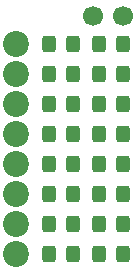
<source format=gbr>
%TF.GenerationSoftware,KiCad,Pcbnew,7.0.7-7.0.7~ubuntu22.04.1*%
%TF.CreationDate,2024-01-20T09:28:12-05:00*%
%TF.ProjectId,das_blinkenlights_v2,6461735f-626c-4696-9e6b-656e6c696768,rev?*%
%TF.SameCoordinates,Original*%
%TF.FileFunction,Soldermask,Top*%
%TF.FilePolarity,Negative*%
%FSLAX46Y46*%
G04 Gerber Fmt 4.6, Leading zero omitted, Abs format (unit mm)*
G04 Created by KiCad (PCBNEW 7.0.7-7.0.7~ubuntu22.04.1) date 2024-01-20 09:28:12*
%MOMM*%
%LPD*%
G01*
G04 APERTURE LIST*
G04 Aperture macros list*
%AMRoundRect*
0 Rectangle with rounded corners*
0 $1 Rounding radius*
0 $2 $3 $4 $5 $6 $7 $8 $9 X,Y pos of 4 corners*
0 Add a 4 corners polygon primitive as box body*
4,1,4,$2,$3,$4,$5,$6,$7,$8,$9,$2,$3,0*
0 Add four circle primitives for the rounded corners*
1,1,$1+$1,$2,$3*
1,1,$1+$1,$4,$5*
1,1,$1+$1,$6,$7*
1,1,$1+$1,$8,$9*
0 Add four rect primitives between the rounded corners*
20,1,$1+$1,$2,$3,$4,$5,0*
20,1,$1+$1,$4,$5,$6,$7,0*
20,1,$1+$1,$6,$7,$8,$9,0*
20,1,$1+$1,$8,$9,$2,$3,0*%
G04 Aperture macros list end*
%ADD10RoundRect,0.250000X-0.325000X-0.450000X0.325000X-0.450000X0.325000X0.450000X-0.325000X0.450000X0*%
%ADD11C,1.700000*%
%ADD12C,2.200000*%
%ADD13RoundRect,0.250000X0.325000X0.450000X-0.325000X0.450000X-0.325000X-0.450000X0.325000X-0.450000X0*%
G04 APERTURE END LIST*
D10*
%TO.C,R8*%
X136525000Y-116840000D03*
X138575000Y-116840000D03*
%TD*%
%TO.C,R7*%
X136525000Y-114300000D03*
X138575000Y-114300000D03*
%TD*%
%TO.C,R6*%
X136525000Y-111760000D03*
X138575000Y-111760000D03*
%TD*%
%TO.C,R5*%
X136525000Y-109220000D03*
X138575000Y-109220000D03*
%TD*%
%TO.C,R4*%
X136525000Y-106680000D03*
X138575000Y-106680000D03*
%TD*%
%TO.C,R3*%
X136525000Y-104140000D03*
X138575000Y-104140000D03*
%TD*%
%TO.C,R2*%
X136525000Y-101600000D03*
X138575000Y-101600000D03*
%TD*%
%TO.C,R1*%
X136525000Y-99060000D03*
X138575000Y-99060000D03*
%TD*%
D11*
%TO.C,J2*%
X136017000Y-96647000D03*
X138557000Y-96647000D03*
%TD*%
D12*
%TO.C,J1*%
X129540000Y-99060000D03*
X129540000Y-101600000D03*
X129540000Y-104140000D03*
X129540000Y-106680000D03*
X129540000Y-109220000D03*
X129540000Y-111760000D03*
X129540000Y-114300000D03*
X129540000Y-116840000D03*
%TD*%
D13*
%TO.C,D8*%
X134366000Y-116840000D03*
X132316000Y-116840000D03*
%TD*%
%TO.C,D7*%
X134366000Y-114300000D03*
X132316000Y-114300000D03*
%TD*%
%TO.C,D6*%
X134366000Y-111760000D03*
X132316000Y-111760000D03*
%TD*%
%TO.C,D5*%
X134366000Y-109220000D03*
X132316000Y-109220000D03*
%TD*%
%TO.C,D4*%
X134366000Y-106680000D03*
X132316000Y-106680000D03*
%TD*%
%TO.C,D3*%
X134384000Y-104140000D03*
X132334000Y-104140000D03*
%TD*%
%TO.C,D2*%
X134384000Y-101600000D03*
X132334000Y-101600000D03*
%TD*%
%TO.C,D1*%
X134384000Y-99060000D03*
X132334000Y-99060000D03*
%TD*%
M02*

</source>
